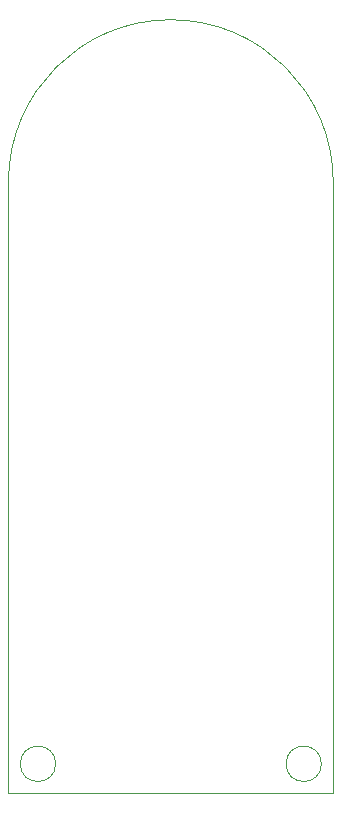
<source format=gbr>
G04 #@! TF.GenerationSoftware,KiCad,Pcbnew,(5.1.4)-1*
G04 #@! TF.CreationDate,2022-04-04T22:54:45-04:00*
G04 #@! TF.ProjectId,CR31,43523331-2e6b-4696-9361-645f70636258,rev?*
G04 #@! TF.SameCoordinates,Original*
G04 #@! TF.FileFunction,Profile,NP*
%FSLAX46Y46*%
G04 Gerber Fmt 4.6, Leading zero omitted, Abs format (unit mm)*
G04 Created by KiCad (PCBNEW (5.1.4)-1) date 2022-04-04 22:54:45*
%MOMM*%
%LPD*%
G04 APERTURE LIST*
%ADD10C,0.050000*%
G04 APERTURE END LIST*
D10*
X36250000Y-101750000D02*
X36250000Y-100000000D01*
X63750000Y-101750000D02*
X36250000Y-101750000D01*
X62750000Y-99250000D02*
G75*
G03X62750000Y-99250000I-1500000J0D01*
G01*
X40250000Y-99250000D02*
G75*
G03X40250000Y-99250000I-1500000J0D01*
G01*
X63750000Y-50000000D02*
X63750000Y-101750000D01*
X36250000Y-50000000D02*
X36250000Y-100000000D01*
X36250000Y-50000000D02*
G75*
G02X63750000Y-50000000I13750000J0D01*
G01*
M02*

</source>
